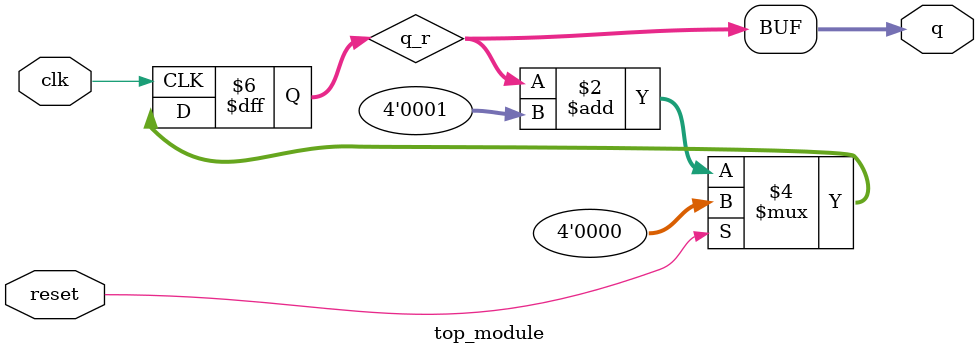
<source format=v>
module top_module (
    input clk,
    input reset,      // Synchronous active-high reset
    output [3:0] q);

    reg [3 : 0] q_r;
    assign q = q_r;
    
    always @(posedge clk) 
        if (reset) q_r <= 4'h0;
    	else       q_r <= q_r + 4'h1;
    
endmodule

</source>
